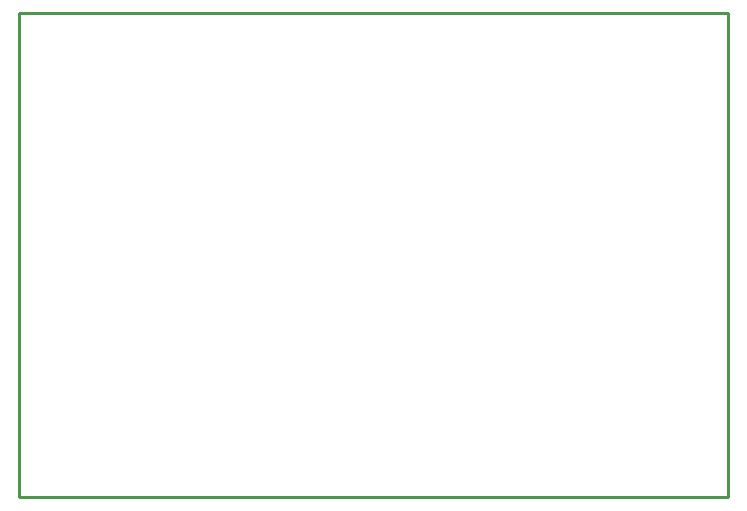
<source format=gko>
G04 Layer: BoardOutlineLayer*
G04 EasyEDA v6.5.48, 2025-03-06 20:53:55*
G04 c2aac520c91a4c19a6c498b25d38bc05,84066bfdb5964fb78f634a0d0c1972bb,10*
G04 Gerber Generator version 0.2*
G04 Scale: 100 percent, Rotated: No, Reflected: No *
G04 Dimensions in millimeters *
G04 leading zeros omitted , absolute positions ,4 integer and 5 decimal *
%FSLAX45Y45*%
%MOMM*%

%ADD10C,0.2540*%
D10*
X0Y4099991D02*
G01*
X5999988Y4099991D01*
X5999988Y0D01*
X0Y0D01*
X0Y4099991D01*

%LPD*%
M02*

</source>
